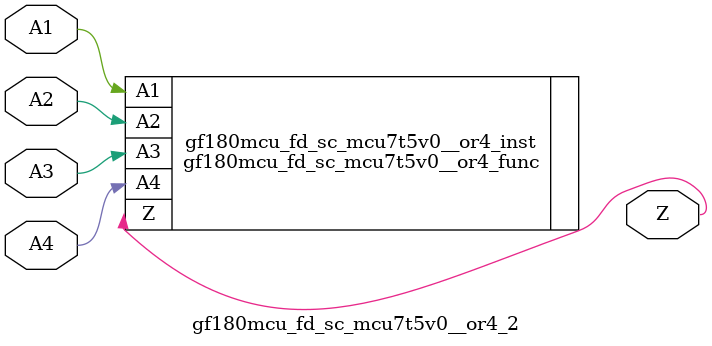
<source format=v>

`ifndef GF180MCU_FD_SC_MCU7T5V0__OR4_2_V
`define GF180MCU_FD_SC_MCU7T5V0__OR4_2_V

`include "gf180mcu_fd_sc_mcu7t5v0__or4.v"

`ifdef USE_POWER_PINS
module gf180mcu_fd_sc_mcu7t5v0__or4_2( A1, A2, A3, A4, Z, VDD, VSS );
inout VDD, VSS;
`else // If not USE_POWER_PINS
module gf180mcu_fd_sc_mcu7t5v0__or4_2( A1, A2, A3, A4, Z );
`endif // If not USE_POWER_PINS
input A1, A2, A3, A4;
output Z;

`ifdef USE_POWER_PINS
  gf180mcu_fd_sc_mcu7t5v0__or4_func gf180mcu_fd_sc_mcu7t5v0__or4_inst(.A1(A1),.A2(A2),.A3(A3),.A4(A4),.Z(Z),.VDD(VDD),.VSS(VSS));
`else // If not USE_POWER_PINS
  gf180mcu_fd_sc_mcu7t5v0__or4_func gf180mcu_fd_sc_mcu7t5v0__or4_inst(.A1(A1),.A2(A2),.A3(A3),.A4(A4),.Z(Z));
`endif // If not USE_POWER_PINS

`ifndef FUNCTIONAL
	// spec_gates_begin


	// spec_gates_end



   specify

	// specify_block_begin

	// comb arc A1 --> Z
	 (A1 => Z) = (1.0,1.0);

	// comb arc A2 --> Z
	 (A2 => Z) = (1.0,1.0);

	// comb arc A3 --> Z
	 (A3 => Z) = (1.0,1.0);

	// comb arc A4 --> Z
	 (A4 => Z) = (1.0,1.0);

	// specify_block_end

   endspecify

   `endif

endmodule
`endif // GF180MCU_FD_SC_MCU7T5V0__OR4_2_V

</source>
